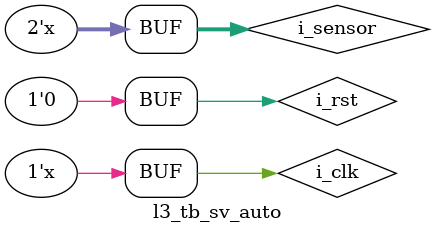
<source format=sv>
`timescale 1ns / 1ps


module l3_tb_sv_auto#(
        
        parameter G_NUM = 2, // Number of Sensors
        parameter G_WID = 2  // Number of Lights
    );
    
    localparam BLINK = 5.0; // Seconds
    
    bit i_clk = '0; 
    bit i_rst = '0; // Use Later
    bit [G_NUM-1:0] i_sensor = '0;
    
    l3_sv_auto#(
        .G_NUM(G_NUM),
        .G_WID(G_WID)
    )
    UUT(
        .i_clk(i_clk),
        .i_rst(i_rst),
        .i_sensor(i_sensor)
    );
    
    always#(BLINK) i_clk = ~i_clk;
    always#(BLINK*31) i_sensor[0] = ~i_sensor[0];
    always#(BLINK*55) i_sensor[1] = ~i_sensor[1];
    
endmodule

</source>
